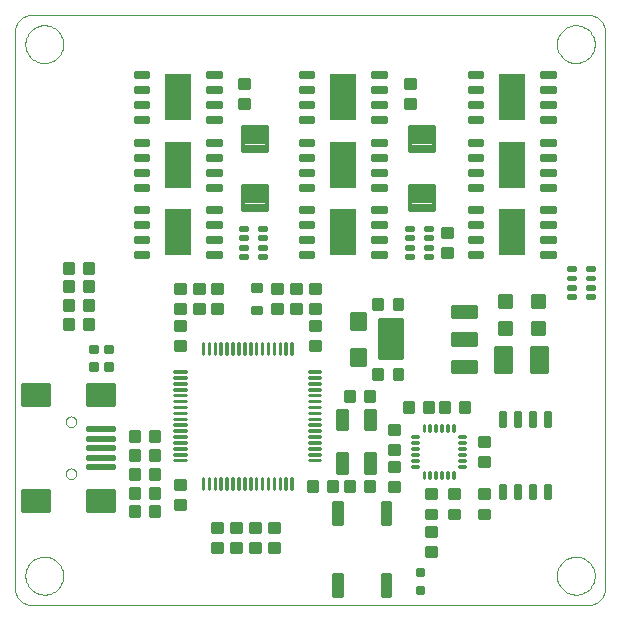
<source format=gtp>
G75*
%MOIN*%
%OFA0B0*%
%FSLAX24Y24*%
%IPPOS*%
%LPD*%
%AMOC8*
5,1,8,0,0,1.08239X$1,22.5*
%
%ADD10C,0.0000*%
%ADD11R,0.0875X0.1563*%
%ADD12C,0.0101*%
%ADD13C,0.0098*%
%ADD14C,0.0099*%
%ADD15C,0.0142*%
%ADD16C,0.0100*%
%ADD17C,0.0118*%
%ADD18C,0.0101*%
%ADD19C,0.0130*%
%ADD20C,0.0100*%
%ADD21C,0.0099*%
%ADD22C,0.0100*%
D10*
X000588Y000721D02*
X000588Y019224D01*
X000587Y019224D02*
X000589Y019270D01*
X000594Y019316D01*
X000603Y019362D01*
X000616Y019407D01*
X000632Y019450D01*
X000651Y019492D01*
X000674Y019533D01*
X000700Y019571D01*
X000729Y019608D01*
X000760Y019642D01*
X000794Y019673D01*
X000831Y019702D01*
X000869Y019728D01*
X000910Y019751D01*
X000952Y019770D01*
X000995Y019786D01*
X001040Y019799D01*
X001086Y019808D01*
X001132Y019813D01*
X001178Y019815D01*
X019682Y019815D01*
X019728Y019813D01*
X019774Y019808D01*
X019820Y019799D01*
X019865Y019786D01*
X019908Y019770D01*
X019950Y019751D01*
X019991Y019728D01*
X020029Y019702D01*
X020066Y019673D01*
X020100Y019642D01*
X020131Y019608D01*
X020160Y019571D01*
X020186Y019533D01*
X020209Y019492D01*
X020228Y019450D01*
X020244Y019407D01*
X020257Y019362D01*
X020266Y019316D01*
X020271Y019270D01*
X020273Y019224D01*
X020273Y000721D01*
X020271Y000675D01*
X020266Y000629D01*
X020257Y000583D01*
X020244Y000538D01*
X020228Y000495D01*
X020209Y000453D01*
X020186Y000412D01*
X020160Y000374D01*
X020131Y000337D01*
X020100Y000303D01*
X020066Y000272D01*
X020029Y000243D01*
X019991Y000217D01*
X019950Y000194D01*
X019908Y000175D01*
X019865Y000159D01*
X019820Y000146D01*
X019774Y000137D01*
X019728Y000132D01*
X019682Y000130D01*
X001178Y000130D01*
X001132Y000132D01*
X001086Y000137D01*
X001040Y000146D01*
X000995Y000159D01*
X000952Y000175D01*
X000910Y000194D01*
X000869Y000217D01*
X000831Y000243D01*
X000794Y000272D01*
X000760Y000303D01*
X000729Y000337D01*
X000700Y000374D01*
X000674Y000412D01*
X000651Y000453D01*
X000632Y000495D01*
X000616Y000538D01*
X000603Y000583D01*
X000594Y000629D01*
X000589Y000675D01*
X000587Y000721D01*
X000942Y001114D02*
X000944Y001164D01*
X000950Y001214D01*
X000960Y001263D01*
X000974Y001311D01*
X000991Y001358D01*
X001012Y001403D01*
X001037Y001447D01*
X001065Y001488D01*
X001097Y001527D01*
X001131Y001564D01*
X001168Y001598D01*
X001208Y001628D01*
X001250Y001655D01*
X001294Y001679D01*
X001340Y001700D01*
X001387Y001716D01*
X001435Y001729D01*
X001485Y001738D01*
X001534Y001743D01*
X001585Y001744D01*
X001635Y001741D01*
X001684Y001734D01*
X001733Y001723D01*
X001781Y001708D01*
X001827Y001690D01*
X001872Y001668D01*
X001915Y001642D01*
X001956Y001613D01*
X001995Y001581D01*
X002031Y001546D01*
X002063Y001508D01*
X002093Y001468D01*
X002120Y001425D01*
X002143Y001381D01*
X002162Y001335D01*
X002178Y001287D01*
X002190Y001238D01*
X002198Y001189D01*
X002202Y001139D01*
X002202Y001089D01*
X002198Y001039D01*
X002190Y000990D01*
X002178Y000941D01*
X002162Y000893D01*
X002143Y000847D01*
X002120Y000803D01*
X002093Y000760D01*
X002063Y000720D01*
X002031Y000682D01*
X001995Y000647D01*
X001956Y000615D01*
X001915Y000586D01*
X001872Y000560D01*
X001827Y000538D01*
X001781Y000520D01*
X001733Y000505D01*
X001684Y000494D01*
X001635Y000487D01*
X001585Y000484D01*
X001534Y000485D01*
X001485Y000490D01*
X001435Y000499D01*
X001387Y000512D01*
X001340Y000528D01*
X001294Y000549D01*
X001250Y000573D01*
X001208Y000600D01*
X001168Y000630D01*
X001131Y000664D01*
X001097Y000701D01*
X001065Y000740D01*
X001037Y000781D01*
X001012Y000825D01*
X000991Y000870D01*
X000974Y000917D01*
X000960Y000965D01*
X000950Y001014D01*
X000944Y001064D01*
X000942Y001114D01*
X002286Y004514D02*
X002288Y004540D01*
X002294Y004566D01*
X002304Y004591D01*
X002317Y004614D01*
X002333Y004634D01*
X002353Y004652D01*
X002375Y004667D01*
X002398Y004679D01*
X002424Y004687D01*
X002450Y004691D01*
X002476Y004691D01*
X002502Y004687D01*
X002528Y004679D01*
X002552Y004667D01*
X002573Y004652D01*
X002593Y004634D01*
X002609Y004614D01*
X002622Y004591D01*
X002632Y004566D01*
X002638Y004540D01*
X002640Y004514D01*
X002638Y004488D01*
X002632Y004462D01*
X002622Y004437D01*
X002609Y004414D01*
X002593Y004394D01*
X002573Y004376D01*
X002551Y004361D01*
X002528Y004349D01*
X002502Y004341D01*
X002476Y004337D01*
X002450Y004337D01*
X002424Y004341D01*
X002398Y004349D01*
X002374Y004361D01*
X002353Y004376D01*
X002333Y004394D01*
X002317Y004414D01*
X002304Y004437D01*
X002294Y004462D01*
X002288Y004488D01*
X002286Y004514D01*
X002286Y006246D02*
X002288Y006272D01*
X002294Y006298D01*
X002304Y006323D01*
X002317Y006346D01*
X002333Y006366D01*
X002353Y006384D01*
X002375Y006399D01*
X002398Y006411D01*
X002424Y006419D01*
X002450Y006423D01*
X002476Y006423D01*
X002502Y006419D01*
X002528Y006411D01*
X002552Y006399D01*
X002573Y006384D01*
X002593Y006366D01*
X002609Y006346D01*
X002622Y006323D01*
X002632Y006298D01*
X002638Y006272D01*
X002640Y006246D01*
X002638Y006220D01*
X002632Y006194D01*
X002622Y006169D01*
X002609Y006146D01*
X002593Y006126D01*
X002573Y006108D01*
X002551Y006093D01*
X002528Y006081D01*
X002502Y006073D01*
X002476Y006069D01*
X002450Y006069D01*
X002424Y006073D01*
X002398Y006081D01*
X002374Y006093D01*
X002353Y006108D01*
X002333Y006126D01*
X002317Y006146D01*
X002304Y006169D01*
X002294Y006194D01*
X002288Y006220D01*
X002286Y006246D01*
X000942Y018831D02*
X000944Y018881D01*
X000950Y018931D01*
X000960Y018980D01*
X000974Y019028D01*
X000991Y019075D01*
X001012Y019120D01*
X001037Y019164D01*
X001065Y019205D01*
X001097Y019244D01*
X001131Y019281D01*
X001168Y019315D01*
X001208Y019345D01*
X001250Y019372D01*
X001294Y019396D01*
X001340Y019417D01*
X001387Y019433D01*
X001435Y019446D01*
X001485Y019455D01*
X001534Y019460D01*
X001585Y019461D01*
X001635Y019458D01*
X001684Y019451D01*
X001733Y019440D01*
X001781Y019425D01*
X001827Y019407D01*
X001872Y019385D01*
X001915Y019359D01*
X001956Y019330D01*
X001995Y019298D01*
X002031Y019263D01*
X002063Y019225D01*
X002093Y019185D01*
X002120Y019142D01*
X002143Y019098D01*
X002162Y019052D01*
X002178Y019004D01*
X002190Y018955D01*
X002198Y018906D01*
X002202Y018856D01*
X002202Y018806D01*
X002198Y018756D01*
X002190Y018707D01*
X002178Y018658D01*
X002162Y018610D01*
X002143Y018564D01*
X002120Y018520D01*
X002093Y018477D01*
X002063Y018437D01*
X002031Y018399D01*
X001995Y018364D01*
X001956Y018332D01*
X001915Y018303D01*
X001872Y018277D01*
X001827Y018255D01*
X001781Y018237D01*
X001733Y018222D01*
X001684Y018211D01*
X001635Y018204D01*
X001585Y018201D01*
X001534Y018202D01*
X001485Y018207D01*
X001435Y018216D01*
X001387Y018229D01*
X001340Y018245D01*
X001294Y018266D01*
X001250Y018290D01*
X001208Y018317D01*
X001168Y018347D01*
X001131Y018381D01*
X001097Y018418D01*
X001065Y018457D01*
X001037Y018498D01*
X001012Y018542D01*
X000991Y018587D01*
X000974Y018634D01*
X000960Y018682D01*
X000950Y018731D01*
X000944Y018781D01*
X000942Y018831D01*
X018659Y018831D02*
X018661Y018881D01*
X018667Y018931D01*
X018677Y018980D01*
X018691Y019028D01*
X018708Y019075D01*
X018729Y019120D01*
X018754Y019164D01*
X018782Y019205D01*
X018814Y019244D01*
X018848Y019281D01*
X018885Y019315D01*
X018925Y019345D01*
X018967Y019372D01*
X019011Y019396D01*
X019057Y019417D01*
X019104Y019433D01*
X019152Y019446D01*
X019202Y019455D01*
X019251Y019460D01*
X019302Y019461D01*
X019352Y019458D01*
X019401Y019451D01*
X019450Y019440D01*
X019498Y019425D01*
X019544Y019407D01*
X019589Y019385D01*
X019632Y019359D01*
X019673Y019330D01*
X019712Y019298D01*
X019748Y019263D01*
X019780Y019225D01*
X019810Y019185D01*
X019837Y019142D01*
X019860Y019098D01*
X019879Y019052D01*
X019895Y019004D01*
X019907Y018955D01*
X019915Y018906D01*
X019919Y018856D01*
X019919Y018806D01*
X019915Y018756D01*
X019907Y018707D01*
X019895Y018658D01*
X019879Y018610D01*
X019860Y018564D01*
X019837Y018520D01*
X019810Y018477D01*
X019780Y018437D01*
X019748Y018399D01*
X019712Y018364D01*
X019673Y018332D01*
X019632Y018303D01*
X019589Y018277D01*
X019544Y018255D01*
X019498Y018237D01*
X019450Y018222D01*
X019401Y018211D01*
X019352Y018204D01*
X019302Y018201D01*
X019251Y018202D01*
X019202Y018207D01*
X019152Y018216D01*
X019104Y018229D01*
X019057Y018245D01*
X019011Y018266D01*
X018967Y018290D01*
X018925Y018317D01*
X018885Y018347D01*
X018848Y018381D01*
X018814Y018418D01*
X018782Y018457D01*
X018754Y018498D01*
X018729Y018542D01*
X018708Y018587D01*
X018691Y018634D01*
X018677Y018682D01*
X018667Y018731D01*
X018661Y018781D01*
X018659Y018831D01*
X018659Y001114D02*
X018661Y001164D01*
X018667Y001214D01*
X018677Y001263D01*
X018691Y001311D01*
X018708Y001358D01*
X018729Y001403D01*
X018754Y001447D01*
X018782Y001488D01*
X018814Y001527D01*
X018848Y001564D01*
X018885Y001598D01*
X018925Y001628D01*
X018967Y001655D01*
X019011Y001679D01*
X019057Y001700D01*
X019104Y001716D01*
X019152Y001729D01*
X019202Y001738D01*
X019251Y001743D01*
X019302Y001744D01*
X019352Y001741D01*
X019401Y001734D01*
X019450Y001723D01*
X019498Y001708D01*
X019544Y001690D01*
X019589Y001668D01*
X019632Y001642D01*
X019673Y001613D01*
X019712Y001581D01*
X019748Y001546D01*
X019780Y001508D01*
X019810Y001468D01*
X019837Y001425D01*
X019860Y001381D01*
X019879Y001335D01*
X019895Y001287D01*
X019907Y001238D01*
X019915Y001189D01*
X019919Y001139D01*
X019919Y001089D01*
X019915Y001039D01*
X019907Y000990D01*
X019895Y000941D01*
X019879Y000893D01*
X019860Y000847D01*
X019837Y000803D01*
X019810Y000760D01*
X019780Y000720D01*
X019748Y000682D01*
X019712Y000647D01*
X019673Y000615D01*
X019632Y000586D01*
X019589Y000560D01*
X019544Y000538D01*
X019498Y000520D01*
X019450Y000505D01*
X019401Y000494D01*
X019352Y000487D01*
X019302Y000484D01*
X019251Y000485D01*
X019202Y000490D01*
X019152Y000499D01*
X019104Y000512D01*
X019057Y000528D01*
X019011Y000549D01*
X018967Y000573D01*
X018925Y000600D01*
X018885Y000630D01*
X018848Y000664D01*
X018814Y000701D01*
X018782Y000740D01*
X018754Y000781D01*
X018729Y000825D01*
X018708Y000870D01*
X018691Y000917D01*
X018677Y000965D01*
X018667Y001014D01*
X018661Y001064D01*
X018659Y001114D01*
D11*
X017150Y012568D03*
X017150Y014818D03*
X017150Y017068D03*
X011525Y017068D03*
X011525Y014818D03*
X011525Y012568D03*
X006025Y012568D03*
X006025Y014818D03*
X006025Y017068D03*
D12*
X008503Y010830D02*
X008503Y010616D01*
X008503Y010830D02*
X008797Y010830D01*
X008797Y010616D01*
X008503Y010616D01*
X008503Y010716D02*
X008797Y010716D01*
X008797Y010816D02*
X008503Y010816D01*
X008503Y010082D02*
X008503Y009868D01*
X008503Y010082D02*
X008797Y010082D01*
X008797Y009868D01*
X008503Y009868D01*
X008503Y009968D02*
X008797Y009968D01*
X008797Y010068D02*
X008503Y010068D01*
X003820Y008782D02*
X003606Y008782D01*
X003820Y008782D02*
X003820Y008568D01*
X003606Y008568D01*
X003606Y008782D01*
X003606Y008668D02*
X003820Y008668D01*
X003820Y008768D02*
X003606Y008768D01*
X003320Y008782D02*
X003106Y008782D01*
X003320Y008782D02*
X003320Y008568D01*
X003106Y008568D01*
X003106Y008782D01*
X003106Y008668D02*
X003320Y008668D01*
X003320Y008768D02*
X003106Y008768D01*
X003106Y008192D02*
X003320Y008192D01*
X003320Y007978D01*
X003106Y007978D01*
X003106Y008192D01*
X003106Y008078D02*
X003320Y008078D01*
X003320Y008178D02*
X003106Y008178D01*
X003606Y008192D02*
X003820Y008192D01*
X003820Y007978D01*
X003606Y007978D01*
X003606Y008192D01*
X003606Y008078D02*
X003820Y008078D01*
X003820Y008178D02*
X003606Y008178D01*
X013981Y001345D02*
X014195Y001345D01*
X014195Y001131D01*
X013981Y001131D01*
X013981Y001345D01*
X013981Y001231D02*
X014195Y001231D01*
X014195Y001331D02*
X013981Y001331D01*
X013981Y000754D02*
X014195Y000754D01*
X014195Y000540D01*
X013981Y000540D01*
X013981Y000754D01*
X013981Y000640D02*
X014195Y000640D01*
X014195Y000740D02*
X013981Y000740D01*
X016607Y007896D02*
X017137Y007896D01*
X016607Y007896D02*
X016607Y008740D01*
X017137Y008740D01*
X017137Y007896D01*
X017137Y007996D02*
X016607Y007996D01*
X016607Y008096D02*
X017137Y008096D01*
X017137Y008196D02*
X016607Y008196D01*
X016607Y008296D02*
X017137Y008296D01*
X017137Y008396D02*
X016607Y008396D01*
X016607Y008496D02*
X017137Y008496D01*
X017137Y008596D02*
X016607Y008596D01*
X016607Y008696D02*
X017137Y008696D01*
X017788Y008740D02*
X018318Y008740D01*
X018318Y007896D01*
X017788Y007896D01*
X017788Y008740D01*
X017788Y007996D02*
X018318Y007996D01*
X018318Y008096D02*
X017788Y008096D01*
X017788Y008196D02*
X018318Y008196D01*
X018318Y008296D02*
X017788Y008296D01*
X017788Y008396D02*
X018318Y008396D01*
X018318Y008496D02*
X017788Y008496D01*
X017788Y008596D02*
X018318Y008596D01*
X018318Y008696D02*
X017788Y008696D01*
D13*
X015727Y006557D02*
X015431Y006557D01*
X015431Y006891D01*
X015727Y006891D01*
X015727Y006557D01*
X015727Y006654D02*
X015431Y006654D01*
X015431Y006751D02*
X015727Y006751D01*
X015727Y006848D02*
X015431Y006848D01*
X015057Y006557D02*
X014761Y006557D01*
X014761Y006891D01*
X015057Y006891D01*
X015057Y006557D01*
X015057Y006654D02*
X014761Y006654D01*
X014761Y006751D02*
X015057Y006751D01*
X015057Y006848D02*
X014761Y006848D01*
X014243Y006891D02*
X014243Y006557D01*
X014243Y006891D02*
X014539Y006891D01*
X014539Y006557D01*
X014243Y006557D01*
X014243Y006654D02*
X014539Y006654D01*
X014539Y006751D02*
X014243Y006751D01*
X014243Y006848D02*
X014539Y006848D01*
X013574Y006891D02*
X013574Y006557D01*
X013574Y006891D02*
X013870Y006891D01*
X013870Y006557D01*
X013574Y006557D01*
X013574Y006654D02*
X013870Y006654D01*
X013870Y006751D02*
X013574Y006751D01*
X013574Y006848D02*
X013870Y006848D01*
X013380Y005848D02*
X013046Y005848D01*
X013046Y006144D01*
X013380Y006144D01*
X013380Y005848D01*
X013380Y005945D02*
X013046Y005945D01*
X013046Y006042D02*
X013380Y006042D01*
X013380Y006139D02*
X013046Y006139D01*
X013046Y005179D02*
X013380Y005179D01*
X013046Y005179D02*
X013046Y005475D01*
X013380Y005475D01*
X013380Y005179D01*
X013380Y005276D02*
X013046Y005276D01*
X013046Y005373D02*
X013380Y005373D01*
X013380Y005470D02*
X013046Y005470D01*
X013046Y004894D02*
X013380Y004894D01*
X013380Y004598D01*
X013046Y004598D01*
X013046Y004894D01*
X013046Y004695D02*
X013380Y004695D01*
X013380Y004792D02*
X013046Y004792D01*
X013046Y004889D02*
X013380Y004889D01*
X013380Y004225D02*
X013046Y004225D01*
X013380Y004225D02*
X013380Y003929D01*
X013046Y003929D01*
X013046Y004225D01*
X013046Y004026D02*
X013380Y004026D01*
X013380Y004123D02*
X013046Y004123D01*
X013046Y004220D02*
X013380Y004220D01*
X012570Y004266D02*
X012570Y003932D01*
X012274Y003932D01*
X012274Y004266D01*
X012570Y004266D01*
X012570Y004029D02*
X012274Y004029D01*
X012274Y004126D02*
X012570Y004126D01*
X012570Y004223D02*
X012274Y004223D01*
X011901Y004266D02*
X011901Y003932D01*
X011605Y003932D01*
X011605Y004266D01*
X011901Y004266D01*
X011901Y004029D02*
X011605Y004029D01*
X011605Y004126D02*
X011901Y004126D01*
X011901Y004223D02*
X011605Y004223D01*
X011320Y004266D02*
X011320Y003932D01*
X011024Y003932D01*
X011024Y004266D01*
X011320Y004266D01*
X011320Y004029D02*
X011024Y004029D01*
X011024Y004126D02*
X011320Y004126D01*
X011320Y004223D02*
X011024Y004223D01*
X010651Y004266D02*
X010651Y003932D01*
X010355Y003932D01*
X010355Y004266D01*
X010651Y004266D01*
X010651Y004029D02*
X010355Y004029D01*
X010355Y004126D02*
X010651Y004126D01*
X010651Y004223D02*
X010355Y004223D01*
X009380Y002863D02*
X009046Y002863D01*
X009380Y002863D02*
X009380Y002567D01*
X009046Y002567D01*
X009046Y002863D01*
X009046Y002664D02*
X009380Y002664D01*
X009380Y002761D02*
X009046Y002761D01*
X009046Y002858D02*
X009380Y002858D01*
X008421Y002863D02*
X008421Y002567D01*
X008421Y002863D02*
X008755Y002863D01*
X008755Y002567D01*
X008421Y002567D01*
X008421Y002664D02*
X008755Y002664D01*
X008755Y002761D02*
X008421Y002761D01*
X008421Y002858D02*
X008755Y002858D01*
X007796Y002863D02*
X007796Y002567D01*
X007796Y002863D02*
X008130Y002863D01*
X008130Y002567D01*
X007796Y002567D01*
X007796Y002664D02*
X008130Y002664D01*
X008130Y002761D02*
X007796Y002761D01*
X007796Y002858D02*
X008130Y002858D01*
X007171Y002863D02*
X007171Y002567D01*
X007171Y002863D02*
X007505Y002863D01*
X007505Y002567D01*
X007171Y002567D01*
X007171Y002664D02*
X007505Y002664D01*
X007505Y002761D02*
X007171Y002761D01*
X007171Y002858D02*
X007505Y002858D01*
X007171Y002193D02*
X007171Y001897D01*
X007171Y002193D02*
X007505Y002193D01*
X007505Y001897D01*
X007171Y001897D01*
X007171Y001994D02*
X007505Y001994D01*
X007505Y002091D02*
X007171Y002091D01*
X007171Y002188D02*
X007505Y002188D01*
X007796Y002193D02*
X007796Y001897D01*
X007796Y002193D02*
X008130Y002193D01*
X008130Y001897D01*
X007796Y001897D01*
X007796Y001994D02*
X008130Y001994D01*
X008130Y002091D02*
X007796Y002091D01*
X007796Y002188D02*
X008130Y002188D01*
X008421Y002193D02*
X008421Y001897D01*
X008421Y002193D02*
X008755Y002193D01*
X008755Y001897D01*
X008421Y001897D01*
X008421Y001994D02*
X008755Y001994D01*
X008755Y002091D02*
X008421Y002091D01*
X008421Y002188D02*
X008755Y002188D01*
X009046Y002193D02*
X009380Y002193D01*
X009380Y001897D01*
X009046Y001897D01*
X009046Y002193D01*
X009046Y001994D02*
X009380Y001994D01*
X009380Y002091D02*
X009046Y002091D01*
X009046Y002188D02*
X009380Y002188D01*
X006255Y003335D02*
X005921Y003335D01*
X005921Y003631D01*
X006255Y003631D01*
X006255Y003335D01*
X006255Y003432D02*
X005921Y003432D01*
X005921Y003529D02*
X006255Y003529D01*
X006255Y003626D02*
X005921Y003626D01*
X005921Y004004D02*
X006255Y004004D01*
X005921Y004004D02*
X005921Y004300D01*
X006255Y004300D01*
X006255Y004004D01*
X006255Y004101D02*
X005921Y004101D01*
X005921Y004198D02*
X006255Y004198D01*
X006255Y004295D02*
X005921Y004295D01*
X005383Y004338D02*
X005087Y004338D01*
X005087Y004672D01*
X005383Y004672D01*
X005383Y004338D01*
X005383Y004435D02*
X005087Y004435D01*
X005087Y004532D02*
X005383Y004532D01*
X005383Y004629D02*
X005087Y004629D01*
X005087Y004963D02*
X005383Y004963D01*
X005087Y004963D02*
X005087Y005297D01*
X005383Y005297D01*
X005383Y004963D01*
X005383Y005060D02*
X005087Y005060D01*
X005087Y005157D02*
X005383Y005157D01*
X005383Y005254D02*
X005087Y005254D01*
X005087Y005588D02*
X005383Y005588D01*
X005087Y005588D02*
X005087Y005922D01*
X005383Y005922D01*
X005383Y005588D01*
X005383Y005685D02*
X005087Y005685D01*
X005087Y005782D02*
X005383Y005782D01*
X005383Y005879D02*
X005087Y005879D01*
X004714Y005588D02*
X004418Y005588D01*
X004418Y005922D01*
X004714Y005922D01*
X004714Y005588D01*
X004714Y005685D02*
X004418Y005685D01*
X004418Y005782D02*
X004714Y005782D01*
X004714Y005879D02*
X004418Y005879D01*
X004418Y004963D02*
X004714Y004963D01*
X004418Y004963D02*
X004418Y005297D01*
X004714Y005297D01*
X004714Y004963D01*
X004714Y005060D02*
X004418Y005060D01*
X004418Y005157D02*
X004714Y005157D01*
X004714Y005254D02*
X004418Y005254D01*
X004418Y004338D02*
X004714Y004338D01*
X004418Y004338D02*
X004418Y004672D01*
X004714Y004672D01*
X004714Y004338D01*
X004714Y004435D02*
X004418Y004435D01*
X004418Y004532D02*
X004714Y004532D01*
X004714Y004629D02*
X004418Y004629D01*
X004418Y004047D02*
X004714Y004047D01*
X004714Y003713D01*
X004418Y003713D01*
X004418Y004047D01*
X004418Y003810D02*
X004714Y003810D01*
X004714Y003907D02*
X004418Y003907D01*
X004418Y004004D02*
X004714Y004004D01*
X005087Y004047D02*
X005383Y004047D01*
X005383Y003713D01*
X005087Y003713D01*
X005087Y004047D01*
X005087Y003810D02*
X005383Y003810D01*
X005383Y003907D02*
X005087Y003907D01*
X005087Y004004D02*
X005383Y004004D01*
X005383Y003088D02*
X005087Y003088D01*
X005087Y003422D01*
X005383Y003422D01*
X005383Y003088D01*
X005383Y003185D02*
X005087Y003185D01*
X005087Y003282D02*
X005383Y003282D01*
X005383Y003379D02*
X005087Y003379D01*
X004714Y003088D02*
X004418Y003088D01*
X004418Y003422D01*
X004714Y003422D01*
X004714Y003088D01*
X004714Y003185D02*
X004418Y003185D01*
X004418Y003282D02*
X004714Y003282D01*
X004714Y003379D02*
X004418Y003379D01*
X005921Y008943D02*
X006255Y008943D01*
X006255Y008647D01*
X005921Y008647D01*
X005921Y008943D01*
X005921Y008744D02*
X006255Y008744D01*
X006255Y008841D02*
X005921Y008841D01*
X005921Y008938D02*
X006255Y008938D01*
X006255Y009613D02*
X005921Y009613D01*
X006255Y009613D02*
X006255Y009317D01*
X005921Y009317D01*
X005921Y009613D01*
X005921Y009414D02*
X006255Y009414D01*
X006255Y009511D02*
X005921Y009511D01*
X005921Y009608D02*
X006255Y009608D01*
X006255Y009866D02*
X005921Y009866D01*
X005921Y010162D01*
X006255Y010162D01*
X006255Y009866D01*
X006255Y009963D02*
X005921Y009963D01*
X005921Y010060D02*
X006255Y010060D01*
X006255Y010157D02*
X005921Y010157D01*
X005921Y010535D02*
X006255Y010535D01*
X005921Y010535D02*
X005921Y010831D01*
X006255Y010831D01*
X006255Y010535D01*
X006255Y010632D02*
X005921Y010632D01*
X005921Y010729D02*
X006255Y010729D01*
X006255Y010826D02*
X005921Y010826D01*
X006546Y010831D02*
X006546Y010535D01*
X006546Y010831D02*
X006880Y010831D01*
X006880Y010535D01*
X006546Y010535D01*
X006546Y010632D02*
X006880Y010632D01*
X006880Y010729D02*
X006546Y010729D01*
X006546Y010826D02*
X006880Y010826D01*
X007171Y010831D02*
X007171Y010535D01*
X007171Y010831D02*
X007505Y010831D01*
X007505Y010535D01*
X007171Y010535D01*
X007171Y010632D02*
X007505Y010632D01*
X007505Y010729D02*
X007171Y010729D01*
X007171Y010826D02*
X007505Y010826D01*
X007171Y010162D02*
X007171Y009866D01*
X007171Y010162D02*
X007505Y010162D01*
X007505Y009866D01*
X007171Y009866D01*
X007171Y009963D02*
X007505Y009963D01*
X007505Y010060D02*
X007171Y010060D01*
X007171Y010157D02*
X007505Y010157D01*
X006546Y010162D02*
X006546Y009866D01*
X006546Y010162D02*
X006880Y010162D01*
X006880Y009866D01*
X006546Y009866D01*
X006546Y009963D02*
X006880Y009963D01*
X006880Y010060D02*
X006546Y010060D01*
X006546Y010157D02*
X006880Y010157D01*
X009171Y010162D02*
X009171Y009866D01*
X009171Y010162D02*
X009505Y010162D01*
X009505Y009866D01*
X009171Y009866D01*
X009171Y009963D02*
X009505Y009963D01*
X009505Y010060D02*
X009171Y010060D01*
X009171Y010157D02*
X009505Y010157D01*
X009796Y010162D02*
X009796Y009866D01*
X009796Y010162D02*
X010130Y010162D01*
X010130Y009866D01*
X009796Y009866D01*
X009796Y009963D02*
X010130Y009963D01*
X010130Y010060D02*
X009796Y010060D01*
X009796Y010157D02*
X010130Y010157D01*
X010421Y009866D02*
X010755Y009866D01*
X010421Y009866D02*
X010421Y010162D01*
X010755Y010162D01*
X010755Y009866D01*
X010755Y009963D02*
X010421Y009963D01*
X010421Y010060D02*
X010755Y010060D01*
X010755Y010157D02*
X010421Y010157D01*
X010421Y010535D02*
X010755Y010535D01*
X010421Y010535D02*
X010421Y010831D01*
X010755Y010831D01*
X010755Y010535D01*
X010755Y010632D02*
X010421Y010632D01*
X010421Y010729D02*
X010755Y010729D01*
X010755Y010826D02*
X010421Y010826D01*
X009796Y010831D02*
X009796Y010535D01*
X009796Y010831D02*
X010130Y010831D01*
X010130Y010535D01*
X009796Y010535D01*
X009796Y010632D02*
X010130Y010632D01*
X010130Y010729D02*
X009796Y010729D01*
X009796Y010826D02*
X010130Y010826D01*
X009171Y010831D02*
X009171Y010535D01*
X009171Y010831D02*
X009505Y010831D01*
X009505Y010535D01*
X009171Y010535D01*
X009171Y010632D02*
X009505Y010632D01*
X009505Y010729D02*
X009171Y010729D01*
X009171Y010826D02*
X009505Y010826D01*
X010421Y009613D02*
X010755Y009613D01*
X010755Y009317D01*
X010421Y009317D01*
X010421Y009613D01*
X010421Y009414D02*
X010755Y009414D01*
X010755Y009511D02*
X010421Y009511D01*
X010421Y009608D02*
X010755Y009608D01*
X010755Y008943D02*
X010421Y008943D01*
X010755Y008943D02*
X010755Y008647D01*
X010421Y008647D01*
X010421Y008943D01*
X010421Y008744D02*
X010755Y008744D01*
X010755Y008841D02*
X010421Y008841D01*
X010421Y008938D02*
X010755Y008938D01*
X011605Y007266D02*
X011605Y006932D01*
X011605Y007266D02*
X011901Y007266D01*
X011901Y006932D01*
X011605Y006932D01*
X011605Y007029D02*
X011901Y007029D01*
X011901Y007126D02*
X011605Y007126D01*
X011605Y007223D02*
X011901Y007223D01*
X012274Y007266D02*
X012274Y006932D01*
X012274Y007266D02*
X012570Y007266D01*
X012570Y006932D01*
X012274Y006932D01*
X012274Y007029D02*
X012570Y007029D01*
X012570Y007126D02*
X012274Y007126D01*
X012274Y007223D02*
X012570Y007223D01*
X012839Y007682D02*
X012839Y008016D01*
X012839Y007682D02*
X012543Y007682D01*
X012543Y008016D01*
X012839Y008016D01*
X012839Y007779D02*
X012543Y007779D01*
X012543Y007876D02*
X012839Y007876D01*
X012839Y007973D02*
X012543Y007973D01*
X013508Y008016D02*
X013508Y007682D01*
X013212Y007682D01*
X013212Y008016D01*
X013508Y008016D01*
X013508Y007779D02*
X013212Y007779D01*
X013212Y007876D02*
X013508Y007876D01*
X013508Y007973D02*
X013212Y007973D01*
X013212Y009994D02*
X013212Y010328D01*
X013508Y010328D01*
X013508Y009994D01*
X013212Y009994D01*
X013212Y010091D02*
X013508Y010091D01*
X013508Y010188D02*
X013212Y010188D01*
X013212Y010285D02*
X013508Y010285D01*
X012543Y010328D02*
X012543Y009994D01*
X012543Y010328D02*
X012839Y010328D01*
X012839Y009994D01*
X012543Y009994D01*
X012543Y010091D02*
X012839Y010091D01*
X012839Y010188D02*
X012543Y010188D01*
X012543Y010285D02*
X012839Y010285D01*
X014827Y012037D02*
X015161Y012037D01*
X015161Y011741D01*
X014827Y011741D01*
X014827Y012037D01*
X014827Y011838D02*
X015161Y011838D01*
X015161Y011935D02*
X014827Y011935D01*
X014827Y012032D02*
X015161Y012032D01*
X015161Y012706D02*
X014827Y012706D01*
X015161Y012706D02*
X015161Y012410D01*
X014827Y012410D01*
X014827Y012706D01*
X014827Y012507D02*
X015161Y012507D01*
X015161Y012604D02*
X014827Y012604D01*
X014827Y012701D02*
X015161Y012701D01*
X013942Y017006D02*
X013608Y017006D01*
X013942Y017006D02*
X013942Y016710D01*
X013608Y016710D01*
X013608Y017006D01*
X013608Y016807D02*
X013942Y016807D01*
X013942Y016904D02*
X013608Y016904D01*
X013608Y017001D02*
X013942Y017001D01*
X013942Y017675D02*
X013608Y017675D01*
X013942Y017675D02*
X013942Y017379D01*
X013608Y017379D01*
X013608Y017675D01*
X013608Y017476D02*
X013942Y017476D01*
X013942Y017573D02*
X013608Y017573D01*
X013608Y017670D02*
X013942Y017670D01*
X008380Y017675D02*
X008046Y017675D01*
X008380Y017675D02*
X008380Y017379D01*
X008046Y017379D01*
X008046Y017675D01*
X008046Y017476D02*
X008380Y017476D01*
X008380Y017573D02*
X008046Y017573D01*
X008046Y017670D02*
X008380Y017670D01*
X008380Y017006D02*
X008046Y017006D01*
X008380Y017006D02*
X008380Y016710D01*
X008046Y016710D01*
X008046Y017006D01*
X008046Y016807D02*
X008380Y016807D01*
X008380Y016904D02*
X008046Y016904D01*
X008046Y017001D02*
X008380Y017001D01*
X003195Y011213D02*
X002899Y011213D01*
X002899Y011547D01*
X003195Y011547D01*
X003195Y011213D01*
X003195Y011310D02*
X002899Y011310D01*
X002899Y011407D02*
X003195Y011407D01*
X003195Y011504D02*
X002899Y011504D01*
X002526Y011213D02*
X002230Y011213D01*
X002230Y011547D01*
X002526Y011547D01*
X002526Y011213D01*
X002526Y011310D02*
X002230Y011310D01*
X002230Y011407D02*
X002526Y011407D01*
X002526Y011504D02*
X002230Y011504D01*
X002230Y010588D02*
X002526Y010588D01*
X002230Y010588D02*
X002230Y010922D01*
X002526Y010922D01*
X002526Y010588D01*
X002526Y010685D02*
X002230Y010685D01*
X002230Y010782D02*
X002526Y010782D01*
X002526Y010879D02*
X002230Y010879D01*
X002230Y010297D02*
X002526Y010297D01*
X002526Y009963D01*
X002230Y009963D01*
X002230Y010297D01*
X002230Y010060D02*
X002526Y010060D01*
X002526Y010157D02*
X002230Y010157D01*
X002230Y010254D02*
X002526Y010254D01*
X002899Y010297D02*
X003195Y010297D01*
X003195Y009963D01*
X002899Y009963D01*
X002899Y010297D01*
X002899Y010060D02*
X003195Y010060D01*
X003195Y010157D02*
X002899Y010157D01*
X002899Y010254D02*
X003195Y010254D01*
X003195Y010588D02*
X002899Y010588D01*
X002899Y010922D01*
X003195Y010922D01*
X003195Y010588D01*
X003195Y010685D02*
X002899Y010685D01*
X002899Y010782D02*
X003195Y010782D01*
X003195Y010879D02*
X002899Y010879D01*
X002899Y009672D02*
X003195Y009672D01*
X003195Y009338D01*
X002899Y009338D01*
X002899Y009672D01*
X002899Y009435D02*
X003195Y009435D01*
X003195Y009532D02*
X002899Y009532D01*
X002899Y009629D02*
X003195Y009629D01*
X002526Y009672D02*
X002230Y009672D01*
X002526Y009672D02*
X002526Y009338D01*
X002230Y009338D01*
X002230Y009672D01*
X002230Y009435D02*
X002526Y009435D01*
X002526Y009532D02*
X002230Y009532D01*
X002230Y009629D02*
X002526Y009629D01*
X014296Y003988D02*
X014296Y003692D01*
X014296Y003988D02*
X014630Y003988D01*
X014630Y003692D01*
X014296Y003692D01*
X014296Y003789D02*
X014630Y003789D01*
X014630Y003886D02*
X014296Y003886D01*
X014296Y003983D02*
X014630Y003983D01*
X015046Y003988D02*
X015046Y003692D01*
X015046Y003988D02*
X015380Y003988D01*
X015380Y003692D01*
X015046Y003692D01*
X015046Y003789D02*
X015380Y003789D01*
X015380Y003886D02*
X015046Y003886D01*
X015046Y003983D02*
X015380Y003983D01*
X015046Y003318D02*
X015046Y003022D01*
X015046Y003318D02*
X015380Y003318D01*
X015380Y003022D01*
X015046Y003022D01*
X015046Y003119D02*
X015380Y003119D01*
X015380Y003216D02*
X015046Y003216D01*
X015046Y003313D02*
X015380Y003313D01*
X016046Y003318D02*
X016046Y003022D01*
X016046Y003318D02*
X016380Y003318D01*
X016380Y003022D01*
X016046Y003022D01*
X016046Y003119D02*
X016380Y003119D01*
X016380Y003216D02*
X016046Y003216D01*
X016046Y003313D02*
X016380Y003313D01*
X016046Y003692D02*
X016046Y003988D01*
X016380Y003988D01*
X016380Y003692D01*
X016046Y003692D01*
X016046Y003789D02*
X016380Y003789D01*
X016380Y003886D02*
X016046Y003886D01*
X016046Y003983D02*
X016380Y003983D01*
X016380Y004772D02*
X016046Y004772D01*
X016046Y005068D01*
X016380Y005068D01*
X016380Y004772D01*
X016380Y004869D02*
X016046Y004869D01*
X016046Y004966D02*
X016380Y004966D01*
X016380Y005063D02*
X016046Y005063D01*
X016046Y005442D02*
X016380Y005442D01*
X016046Y005442D02*
X016046Y005738D01*
X016380Y005738D01*
X016380Y005442D01*
X016380Y005539D02*
X016046Y005539D01*
X016046Y005636D02*
X016380Y005636D01*
X016380Y005733D02*
X016046Y005733D01*
X014296Y003318D02*
X014296Y003022D01*
X014296Y003318D02*
X014630Y003318D01*
X014630Y003022D01*
X014296Y003022D01*
X014296Y003119D02*
X014630Y003119D01*
X014630Y003216D02*
X014296Y003216D01*
X014296Y003313D02*
X014630Y003313D01*
X014296Y002738D02*
X014296Y002442D01*
X014296Y002738D02*
X014630Y002738D01*
X014630Y002442D01*
X014296Y002442D01*
X014296Y002539D02*
X014630Y002539D01*
X014630Y002636D02*
X014296Y002636D01*
X014296Y002733D02*
X014630Y002733D01*
X014296Y002068D02*
X014296Y001772D01*
X014296Y002068D02*
X014630Y002068D01*
X014630Y001772D01*
X014296Y001772D01*
X014296Y001869D02*
X014630Y001869D01*
X014630Y001966D02*
X014296Y001966D01*
X014296Y002063D02*
X014630Y002063D01*
D14*
X012822Y002854D02*
X012822Y003556D01*
X013104Y003556D01*
X013104Y002854D01*
X012822Y002854D01*
X012822Y002952D02*
X013104Y002952D01*
X013104Y003050D02*
X012822Y003050D01*
X012822Y003148D02*
X013104Y003148D01*
X013104Y003246D02*
X012822Y003246D01*
X012822Y003344D02*
X013104Y003344D01*
X013104Y003442D02*
X012822Y003442D01*
X012822Y003540D02*
X013104Y003540D01*
X011479Y003556D02*
X011479Y002854D01*
X011197Y002854D01*
X011197Y003556D01*
X011479Y003556D01*
X011479Y002952D02*
X011197Y002952D01*
X011197Y003050D02*
X011479Y003050D01*
X011479Y003148D02*
X011197Y003148D01*
X011197Y003246D02*
X011479Y003246D01*
X011479Y003344D02*
X011197Y003344D01*
X011197Y003442D02*
X011479Y003442D01*
X011479Y003540D02*
X011197Y003540D01*
X011479Y001156D02*
X011479Y000454D01*
X011197Y000454D01*
X011197Y001156D01*
X011479Y001156D01*
X011479Y000552D02*
X011197Y000552D01*
X011197Y000650D02*
X011479Y000650D01*
X011479Y000748D02*
X011197Y000748D01*
X011197Y000846D02*
X011479Y000846D01*
X011479Y000944D02*
X011197Y000944D01*
X011197Y001042D02*
X011479Y001042D01*
X011479Y001140D02*
X011197Y001140D01*
X012822Y001156D02*
X012822Y000454D01*
X012822Y001156D02*
X013104Y001156D01*
X013104Y000454D01*
X012822Y000454D01*
X012822Y000552D02*
X013104Y000552D01*
X013104Y000650D02*
X012822Y000650D01*
X012822Y000748D02*
X013104Y000748D01*
X013104Y000846D02*
X012822Y000846D01*
X012822Y000944D02*
X013104Y000944D01*
X013104Y001042D02*
X012822Y001042D01*
X012822Y001140D02*
X013104Y001140D01*
X016757Y004146D02*
X016919Y004146D01*
X016919Y003694D01*
X016757Y003694D01*
X016757Y004146D01*
X016757Y003792D02*
X016919Y003792D01*
X016919Y003890D02*
X016757Y003890D01*
X016757Y003988D02*
X016919Y003988D01*
X016919Y004086D02*
X016757Y004086D01*
X017257Y004146D02*
X017419Y004146D01*
X017419Y003694D01*
X017257Y003694D01*
X017257Y004146D01*
X017257Y003792D02*
X017419Y003792D01*
X017419Y003890D02*
X017257Y003890D01*
X017257Y003988D02*
X017419Y003988D01*
X017419Y004086D02*
X017257Y004086D01*
X017757Y004146D02*
X017919Y004146D01*
X017919Y003694D01*
X017757Y003694D01*
X017757Y004146D01*
X017757Y003792D02*
X017919Y003792D01*
X017919Y003890D02*
X017757Y003890D01*
X017757Y003988D02*
X017919Y003988D01*
X017919Y004086D02*
X017757Y004086D01*
X018257Y004146D02*
X018419Y004146D01*
X018419Y003694D01*
X018257Y003694D01*
X018257Y004146D01*
X018257Y003792D02*
X018419Y003792D01*
X018419Y003890D02*
X018257Y003890D01*
X018257Y003988D02*
X018419Y003988D01*
X018419Y004086D02*
X018257Y004086D01*
X018257Y006566D02*
X018419Y006566D01*
X018419Y006114D01*
X018257Y006114D01*
X018257Y006566D01*
X018257Y006212D02*
X018419Y006212D01*
X018419Y006310D02*
X018257Y006310D01*
X018257Y006408D02*
X018419Y006408D01*
X018419Y006506D02*
X018257Y006506D01*
X017919Y006566D02*
X017757Y006566D01*
X017919Y006566D02*
X017919Y006114D01*
X017757Y006114D01*
X017757Y006566D01*
X017757Y006212D02*
X017919Y006212D01*
X017919Y006310D02*
X017757Y006310D01*
X017757Y006408D02*
X017919Y006408D01*
X017919Y006506D02*
X017757Y006506D01*
X017419Y006566D02*
X017257Y006566D01*
X017419Y006566D02*
X017419Y006114D01*
X017257Y006114D01*
X017257Y006566D01*
X017257Y006212D02*
X017419Y006212D01*
X017419Y006310D02*
X017257Y006310D01*
X017257Y006408D02*
X017419Y006408D01*
X017419Y006506D02*
X017257Y006506D01*
X016919Y006566D02*
X016757Y006566D01*
X016919Y006566D02*
X016919Y006114D01*
X016757Y006114D01*
X016757Y006566D01*
X016757Y006212D02*
X016919Y006212D01*
X016919Y006310D02*
X016757Y006310D01*
X016757Y006408D02*
X016919Y006408D01*
X016919Y006506D02*
X016757Y006506D01*
X016166Y011737D02*
X016166Y011899D01*
X016166Y011737D02*
X015714Y011737D01*
X015714Y011899D01*
X016166Y011899D01*
X016166Y011835D02*
X015714Y011835D01*
X016166Y012237D02*
X016166Y012399D01*
X016166Y012237D02*
X015714Y012237D01*
X015714Y012399D01*
X016166Y012399D01*
X016166Y012335D02*
X015714Y012335D01*
X016166Y012737D02*
X016166Y012899D01*
X016166Y012737D02*
X015714Y012737D01*
X015714Y012899D01*
X016166Y012899D01*
X016166Y012835D02*
X015714Y012835D01*
X016166Y013237D02*
X016166Y013399D01*
X016166Y013237D02*
X015714Y013237D01*
X015714Y013399D01*
X016166Y013399D01*
X016166Y013335D02*
X015714Y013335D01*
X016166Y013987D02*
X016166Y014149D01*
X016166Y013987D02*
X015714Y013987D01*
X015714Y014149D01*
X016166Y014149D01*
X016166Y014085D02*
X015714Y014085D01*
X016166Y014487D02*
X016166Y014649D01*
X016166Y014487D02*
X015714Y014487D01*
X015714Y014649D01*
X016166Y014649D01*
X016166Y014585D02*
X015714Y014585D01*
X016166Y014987D02*
X016166Y015149D01*
X016166Y014987D02*
X015714Y014987D01*
X015714Y015149D01*
X016166Y015149D01*
X016166Y015085D02*
X015714Y015085D01*
X016166Y015487D02*
X016166Y015649D01*
X016166Y015487D02*
X015714Y015487D01*
X015714Y015649D01*
X016166Y015649D01*
X016166Y015585D02*
X015714Y015585D01*
X016166Y016237D02*
X016166Y016399D01*
X016166Y016237D02*
X015714Y016237D01*
X015714Y016399D01*
X016166Y016399D01*
X016166Y016335D02*
X015714Y016335D01*
X016166Y016737D02*
X016166Y016899D01*
X016166Y016737D02*
X015714Y016737D01*
X015714Y016899D01*
X016166Y016899D01*
X016166Y016835D02*
X015714Y016835D01*
X016166Y017237D02*
X016166Y017399D01*
X016166Y017237D02*
X015714Y017237D01*
X015714Y017399D01*
X016166Y017399D01*
X016166Y017335D02*
X015714Y017335D01*
X016166Y017737D02*
X016166Y017899D01*
X016166Y017737D02*
X015714Y017737D01*
X015714Y017899D01*
X016166Y017899D01*
X016166Y017835D02*
X015714Y017835D01*
X018586Y017899D02*
X018586Y017737D01*
X018134Y017737D01*
X018134Y017899D01*
X018586Y017899D01*
X018586Y017835D02*
X018134Y017835D01*
X018586Y017399D02*
X018586Y017237D01*
X018134Y017237D01*
X018134Y017399D01*
X018586Y017399D01*
X018586Y017335D02*
X018134Y017335D01*
X018586Y016899D02*
X018586Y016737D01*
X018134Y016737D01*
X018134Y016899D01*
X018586Y016899D01*
X018586Y016835D02*
X018134Y016835D01*
X018586Y016399D02*
X018586Y016237D01*
X018134Y016237D01*
X018134Y016399D01*
X018586Y016399D01*
X018586Y016335D02*
X018134Y016335D01*
X018586Y015649D02*
X018586Y015487D01*
X018134Y015487D01*
X018134Y015649D01*
X018586Y015649D01*
X018586Y015585D02*
X018134Y015585D01*
X018586Y015149D02*
X018586Y014987D01*
X018134Y014987D01*
X018134Y015149D01*
X018586Y015149D01*
X018586Y015085D02*
X018134Y015085D01*
X018586Y014649D02*
X018586Y014487D01*
X018134Y014487D01*
X018134Y014649D01*
X018586Y014649D01*
X018586Y014585D02*
X018134Y014585D01*
X018586Y014149D02*
X018586Y013987D01*
X018134Y013987D01*
X018134Y014149D01*
X018586Y014149D01*
X018586Y014085D02*
X018134Y014085D01*
X018586Y013399D02*
X018586Y013237D01*
X018134Y013237D01*
X018134Y013399D01*
X018586Y013399D01*
X018586Y013335D02*
X018134Y013335D01*
X018586Y012899D02*
X018586Y012737D01*
X018134Y012737D01*
X018134Y012899D01*
X018586Y012899D01*
X018586Y012835D02*
X018134Y012835D01*
X018586Y012399D02*
X018586Y012237D01*
X018134Y012237D01*
X018134Y012399D01*
X018586Y012399D01*
X018586Y012335D02*
X018134Y012335D01*
X018586Y011899D02*
X018586Y011737D01*
X018134Y011737D01*
X018134Y011899D01*
X018586Y011899D01*
X018586Y011835D02*
X018134Y011835D01*
X012961Y011899D02*
X012961Y011737D01*
X012509Y011737D01*
X012509Y011899D01*
X012961Y011899D01*
X012961Y011835D02*
X012509Y011835D01*
X012961Y012237D02*
X012961Y012399D01*
X012961Y012237D02*
X012509Y012237D01*
X012509Y012399D01*
X012961Y012399D01*
X012961Y012335D02*
X012509Y012335D01*
X012961Y012737D02*
X012961Y012899D01*
X012961Y012737D02*
X012509Y012737D01*
X012509Y012899D01*
X012961Y012899D01*
X012961Y012835D02*
X012509Y012835D01*
X012961Y013237D02*
X012961Y013399D01*
X012961Y013237D02*
X012509Y013237D01*
X012509Y013399D01*
X012961Y013399D01*
X012961Y013335D02*
X012509Y013335D01*
X012961Y013987D02*
X012961Y014149D01*
X012961Y013987D02*
X012509Y013987D01*
X012509Y014149D01*
X012961Y014149D01*
X012961Y014085D02*
X012509Y014085D01*
X012961Y014487D02*
X012961Y014649D01*
X012961Y014487D02*
X012509Y014487D01*
X012509Y014649D01*
X012961Y014649D01*
X012961Y014585D02*
X012509Y014585D01*
X012961Y014987D02*
X012961Y015149D01*
X012961Y014987D02*
X012509Y014987D01*
X012509Y015149D01*
X012961Y015149D01*
X012961Y015085D02*
X012509Y015085D01*
X012961Y015487D02*
X012961Y015649D01*
X012961Y015487D02*
X012509Y015487D01*
X012509Y015649D01*
X012961Y015649D01*
X012961Y015585D02*
X012509Y015585D01*
X012961Y016237D02*
X012961Y016399D01*
X012961Y016237D02*
X012509Y016237D01*
X012509Y016399D01*
X012961Y016399D01*
X012961Y016335D02*
X012509Y016335D01*
X012961Y016737D02*
X012961Y016899D01*
X012961Y016737D02*
X012509Y016737D01*
X012509Y016899D01*
X012961Y016899D01*
X012961Y016835D02*
X012509Y016835D01*
X012961Y017237D02*
X012961Y017399D01*
X012961Y017237D02*
X012509Y017237D01*
X012509Y017399D01*
X012961Y017399D01*
X012961Y017335D02*
X012509Y017335D01*
X012961Y017737D02*
X012961Y017899D01*
X012961Y017737D02*
X012509Y017737D01*
X012509Y017899D01*
X012961Y017899D01*
X012961Y017835D02*
X012509Y017835D01*
X010541Y017899D02*
X010541Y017737D01*
X010089Y017737D01*
X010089Y017899D01*
X010541Y017899D01*
X010541Y017835D02*
X010089Y017835D01*
X010541Y017399D02*
X010541Y017237D01*
X010089Y017237D01*
X010089Y017399D01*
X010541Y017399D01*
X010541Y017335D02*
X010089Y017335D01*
X010541Y016899D02*
X010541Y016737D01*
X010089Y016737D01*
X010089Y016899D01*
X010541Y016899D01*
X010541Y016835D02*
X010089Y016835D01*
X010541Y016399D02*
X010541Y016237D01*
X010089Y016237D01*
X010089Y016399D01*
X010541Y016399D01*
X010541Y016335D02*
X010089Y016335D01*
X010541Y015649D02*
X010541Y015487D01*
X010089Y015487D01*
X010089Y015649D01*
X010541Y015649D01*
X010541Y015585D02*
X010089Y015585D01*
X010541Y015149D02*
X010541Y014987D01*
X010089Y014987D01*
X010089Y015149D01*
X010541Y015149D01*
X010541Y015085D02*
X010089Y015085D01*
X010541Y014649D02*
X010541Y014487D01*
X010089Y014487D01*
X010089Y014649D01*
X010541Y014649D01*
X010541Y014585D02*
X010089Y014585D01*
X010541Y014149D02*
X010541Y013987D01*
X010089Y013987D01*
X010089Y014149D01*
X010541Y014149D01*
X010541Y014085D02*
X010089Y014085D01*
X010541Y013399D02*
X010541Y013237D01*
X010089Y013237D01*
X010089Y013399D01*
X010541Y013399D01*
X010541Y013335D02*
X010089Y013335D01*
X010541Y012899D02*
X010541Y012737D01*
X010089Y012737D01*
X010089Y012899D01*
X010541Y012899D01*
X010541Y012835D02*
X010089Y012835D01*
X010541Y012399D02*
X010541Y012237D01*
X010089Y012237D01*
X010089Y012399D01*
X010541Y012399D01*
X010541Y012335D02*
X010089Y012335D01*
X010541Y011899D02*
X010541Y011737D01*
X010089Y011737D01*
X010089Y011899D01*
X010541Y011899D01*
X010541Y011835D02*
X010089Y011835D01*
X007461Y011899D02*
X007461Y011737D01*
X007009Y011737D01*
X007009Y011899D01*
X007461Y011899D01*
X007461Y011835D02*
X007009Y011835D01*
X007461Y012237D02*
X007461Y012399D01*
X007461Y012237D02*
X007009Y012237D01*
X007009Y012399D01*
X007461Y012399D01*
X007461Y012335D02*
X007009Y012335D01*
X007461Y012737D02*
X007461Y012899D01*
X007461Y012737D02*
X007009Y012737D01*
X007009Y012899D01*
X007461Y012899D01*
X007461Y012835D02*
X007009Y012835D01*
X007461Y013237D02*
X007461Y013399D01*
X007461Y013237D02*
X007009Y013237D01*
X007009Y013399D01*
X007461Y013399D01*
X007461Y013335D02*
X007009Y013335D01*
X007461Y013987D02*
X007461Y014149D01*
X007461Y013987D02*
X007009Y013987D01*
X007009Y014149D01*
X007461Y014149D01*
X007461Y014085D02*
X007009Y014085D01*
X007461Y014487D02*
X007461Y014649D01*
X007461Y014487D02*
X007009Y014487D01*
X007009Y014649D01*
X007461Y014649D01*
X007461Y014585D02*
X007009Y014585D01*
X007461Y014987D02*
X007461Y015149D01*
X007461Y014987D02*
X007009Y014987D01*
X007009Y015149D01*
X007461Y015149D01*
X007461Y015085D02*
X007009Y015085D01*
X007461Y015487D02*
X007461Y015649D01*
X007461Y015487D02*
X007009Y015487D01*
X007009Y015649D01*
X007461Y015649D01*
X007461Y015585D02*
X007009Y015585D01*
X007461Y016237D02*
X007461Y016399D01*
X007461Y016237D02*
X007009Y016237D01*
X007009Y016399D01*
X007461Y016399D01*
X007461Y016335D02*
X007009Y016335D01*
X007461Y016737D02*
X007461Y016899D01*
X007461Y016737D02*
X007009Y016737D01*
X007009Y016899D01*
X007461Y016899D01*
X007461Y016835D02*
X007009Y016835D01*
X007461Y017237D02*
X007461Y017399D01*
X007461Y017237D02*
X007009Y017237D01*
X007009Y017399D01*
X007461Y017399D01*
X007461Y017335D02*
X007009Y017335D01*
X007461Y017737D02*
X007461Y017899D01*
X007461Y017737D02*
X007009Y017737D01*
X007009Y017899D01*
X007461Y017899D01*
X007461Y017835D02*
X007009Y017835D01*
X005041Y017899D02*
X005041Y017737D01*
X004589Y017737D01*
X004589Y017899D01*
X005041Y017899D01*
X005041Y017835D02*
X004589Y017835D01*
X005041Y017399D02*
X005041Y017237D01*
X004589Y017237D01*
X004589Y017399D01*
X005041Y017399D01*
X005041Y017335D02*
X004589Y017335D01*
X005041Y016899D02*
X005041Y016737D01*
X004589Y016737D01*
X004589Y016899D01*
X005041Y016899D01*
X005041Y016835D02*
X004589Y016835D01*
X005041Y016399D02*
X005041Y016237D01*
X004589Y016237D01*
X004589Y016399D01*
X005041Y016399D01*
X005041Y016335D02*
X004589Y016335D01*
X005041Y015649D02*
X005041Y015487D01*
X004589Y015487D01*
X004589Y015649D01*
X005041Y015649D01*
X005041Y015585D02*
X004589Y015585D01*
X005041Y015149D02*
X005041Y014987D01*
X004589Y014987D01*
X004589Y015149D01*
X005041Y015149D01*
X005041Y015085D02*
X004589Y015085D01*
X005041Y014649D02*
X005041Y014487D01*
X004589Y014487D01*
X004589Y014649D01*
X005041Y014649D01*
X005041Y014585D02*
X004589Y014585D01*
X005041Y014149D02*
X005041Y013987D01*
X004589Y013987D01*
X004589Y014149D01*
X005041Y014149D01*
X005041Y014085D02*
X004589Y014085D01*
X005041Y013399D02*
X005041Y013237D01*
X004589Y013237D01*
X004589Y013399D01*
X005041Y013399D01*
X005041Y013335D02*
X004589Y013335D01*
X005041Y012899D02*
X005041Y012737D01*
X004589Y012737D01*
X004589Y012899D01*
X005041Y012899D01*
X005041Y012835D02*
X004589Y012835D01*
X005041Y012399D02*
X005041Y012237D01*
X004589Y012237D01*
X004589Y012399D01*
X005041Y012399D01*
X005041Y012335D02*
X004589Y012335D01*
X005041Y011899D02*
X005041Y011737D01*
X004589Y011737D01*
X004589Y011899D01*
X005041Y011899D01*
X005041Y011835D02*
X004589Y011835D01*
D15*
X008989Y013307D02*
X008989Y014109D01*
X008989Y013307D02*
X008187Y013307D01*
X008187Y014109D01*
X008989Y014109D01*
X008989Y013448D02*
X008187Y013448D01*
X008187Y013589D02*
X008989Y013589D01*
X008989Y013730D02*
X008187Y013730D01*
X008187Y013871D02*
X008989Y013871D01*
X008989Y014012D02*
X008187Y014012D01*
X008187Y015276D02*
X008187Y016078D01*
X008989Y016078D01*
X008989Y015276D01*
X008187Y015276D01*
X008187Y015417D02*
X008989Y015417D01*
X008989Y015558D02*
X008187Y015558D01*
X008187Y015699D02*
X008989Y015699D01*
X008989Y015840D02*
X008187Y015840D01*
X008187Y015981D02*
X008989Y015981D01*
X013749Y016078D02*
X013749Y015276D01*
X013749Y016078D02*
X014551Y016078D01*
X014551Y015276D01*
X013749Y015276D01*
X013749Y015417D02*
X014551Y015417D01*
X014551Y015558D02*
X013749Y015558D01*
X013749Y015699D02*
X014551Y015699D01*
X014551Y015840D02*
X013749Y015840D01*
X013749Y015981D02*
X014551Y015981D01*
X014551Y014109D02*
X014551Y013307D01*
X013749Y013307D01*
X013749Y014109D01*
X014551Y014109D01*
X014551Y013448D02*
X013749Y013448D01*
X013749Y013589D02*
X014551Y013589D01*
X014551Y013730D02*
X013749Y013730D01*
X013749Y013871D02*
X014551Y013871D01*
X014551Y014012D02*
X013749Y014012D01*
D16*
X013615Y012744D02*
X013615Y012648D01*
X013615Y012744D02*
X013869Y012744D01*
X013869Y012648D01*
X013615Y012648D01*
X013615Y012429D02*
X013615Y012333D01*
X013615Y012429D02*
X013869Y012429D01*
X013869Y012333D01*
X013615Y012333D01*
X013615Y012114D02*
X013615Y012018D01*
X013615Y012114D02*
X013869Y012114D01*
X013869Y012018D01*
X013615Y012018D01*
X013615Y011799D02*
X013615Y011703D01*
X013615Y011799D02*
X013869Y011799D01*
X013869Y011703D01*
X013615Y011703D01*
X014245Y011703D02*
X014245Y011799D01*
X014499Y011799D01*
X014499Y011703D01*
X014245Y011703D01*
X014245Y012018D02*
X014245Y012114D01*
X014499Y012114D01*
X014499Y012018D01*
X014245Y012018D01*
X014245Y012333D02*
X014245Y012429D01*
X014499Y012429D01*
X014499Y012333D01*
X014245Y012333D01*
X014245Y012648D02*
X014245Y012744D01*
X014499Y012744D01*
X014499Y012648D01*
X014245Y012648D01*
X009823Y008873D02*
X009805Y008873D01*
X009823Y008873D02*
X009823Y008501D01*
X009805Y008501D01*
X009805Y008873D01*
X009823Y008600D02*
X009805Y008600D01*
X009805Y008699D02*
X009823Y008699D01*
X009823Y008798D02*
X009805Y008798D01*
X009626Y008873D02*
X009608Y008873D01*
X009626Y008873D02*
X009626Y008501D01*
X009608Y008501D01*
X009608Y008873D01*
X009626Y008600D02*
X009608Y008600D01*
X009608Y008699D02*
X009626Y008699D01*
X009626Y008798D02*
X009608Y008798D01*
X009430Y008873D02*
X009412Y008873D01*
X009430Y008873D02*
X009430Y008501D01*
X009412Y008501D01*
X009412Y008873D01*
X009430Y008600D02*
X009412Y008600D01*
X009412Y008699D02*
X009430Y008699D01*
X009430Y008798D02*
X009412Y008798D01*
X009233Y008873D02*
X009215Y008873D01*
X009233Y008873D02*
X009233Y008501D01*
X009215Y008501D01*
X009215Y008873D01*
X009233Y008600D02*
X009215Y008600D01*
X009215Y008699D02*
X009233Y008699D01*
X009233Y008798D02*
X009215Y008798D01*
X009036Y008873D02*
X009018Y008873D01*
X009036Y008873D02*
X009036Y008501D01*
X009018Y008501D01*
X009018Y008873D01*
X009036Y008600D02*
X009018Y008600D01*
X009018Y008699D02*
X009036Y008699D01*
X009036Y008798D02*
X009018Y008798D01*
X008839Y008873D02*
X008821Y008873D01*
X008839Y008873D02*
X008839Y008501D01*
X008821Y008501D01*
X008821Y008873D01*
X008839Y008600D02*
X008821Y008600D01*
X008821Y008699D02*
X008839Y008699D01*
X008839Y008798D02*
X008821Y008798D01*
X008642Y008873D02*
X008624Y008873D01*
X008642Y008873D02*
X008642Y008501D01*
X008624Y008501D01*
X008624Y008873D01*
X008642Y008600D02*
X008624Y008600D01*
X008624Y008699D02*
X008642Y008699D01*
X008642Y008798D02*
X008624Y008798D01*
X008445Y008873D02*
X008427Y008873D01*
X008445Y008873D02*
X008445Y008501D01*
X008427Y008501D01*
X008427Y008873D01*
X008445Y008600D02*
X008427Y008600D01*
X008427Y008699D02*
X008445Y008699D01*
X008445Y008798D02*
X008427Y008798D01*
X008248Y008873D02*
X008230Y008873D01*
X008248Y008873D02*
X008248Y008501D01*
X008230Y008501D01*
X008230Y008873D01*
X008248Y008600D02*
X008230Y008600D01*
X008230Y008699D02*
X008248Y008699D01*
X008248Y008798D02*
X008230Y008798D01*
X008052Y008873D02*
X008034Y008873D01*
X008052Y008873D02*
X008052Y008501D01*
X008034Y008501D01*
X008034Y008873D01*
X008052Y008600D02*
X008034Y008600D01*
X008034Y008699D02*
X008052Y008699D01*
X008052Y008798D02*
X008034Y008798D01*
X007855Y008873D02*
X007837Y008873D01*
X007855Y008873D02*
X007855Y008501D01*
X007837Y008501D01*
X007837Y008873D01*
X007855Y008600D02*
X007837Y008600D01*
X007837Y008699D02*
X007855Y008699D01*
X007855Y008798D02*
X007837Y008798D01*
X007658Y008873D02*
X007640Y008873D01*
X007658Y008873D02*
X007658Y008501D01*
X007640Y008501D01*
X007640Y008873D01*
X007658Y008600D02*
X007640Y008600D01*
X007640Y008699D02*
X007658Y008699D01*
X007658Y008798D02*
X007640Y008798D01*
X007461Y008873D02*
X007443Y008873D01*
X007461Y008873D02*
X007461Y008501D01*
X007443Y008501D01*
X007443Y008873D01*
X007461Y008600D02*
X007443Y008600D01*
X007443Y008699D02*
X007461Y008699D01*
X007461Y008798D02*
X007443Y008798D01*
X007264Y008873D02*
X007246Y008873D01*
X007264Y008873D02*
X007264Y008501D01*
X007246Y008501D01*
X007246Y008873D01*
X007264Y008600D02*
X007246Y008600D01*
X007246Y008699D02*
X007264Y008699D01*
X007264Y008798D02*
X007246Y008798D01*
X007067Y008873D02*
X007049Y008873D01*
X007067Y008873D02*
X007067Y008501D01*
X007049Y008501D01*
X007049Y008873D01*
X007067Y008600D02*
X007049Y008600D01*
X007049Y008699D02*
X007067Y008699D01*
X007067Y008798D02*
X007049Y008798D01*
X006870Y008873D02*
X006852Y008873D01*
X006870Y008873D02*
X006870Y008501D01*
X006852Y008501D01*
X006852Y008873D01*
X006870Y008600D02*
X006852Y008600D01*
X006852Y008699D02*
X006870Y008699D01*
X006870Y008798D02*
X006852Y008798D01*
X006280Y007928D02*
X005908Y007928D01*
X006280Y007928D02*
X006280Y007910D01*
X005908Y007910D01*
X005908Y007928D01*
X005908Y007731D02*
X006280Y007731D01*
X006280Y007713D01*
X005908Y007713D01*
X005908Y007731D01*
X005908Y007534D02*
X006280Y007534D01*
X006280Y007516D01*
X005908Y007516D01*
X005908Y007534D01*
X005908Y007337D02*
X006280Y007337D01*
X006280Y007319D01*
X005908Y007319D01*
X005908Y007337D01*
X005908Y007140D02*
X006280Y007140D01*
X006280Y007122D01*
X005908Y007122D01*
X005908Y007140D01*
X005908Y006944D02*
X006280Y006944D01*
X006280Y006926D01*
X005908Y006926D01*
X005908Y006944D01*
X005908Y006747D02*
X006280Y006747D01*
X006280Y006729D01*
X005908Y006729D01*
X005908Y006747D01*
X005908Y006550D02*
X006280Y006550D01*
X006280Y006532D01*
X005908Y006532D01*
X005908Y006550D01*
X005908Y006353D02*
X006280Y006353D01*
X006280Y006335D01*
X005908Y006335D01*
X005908Y006353D01*
X005908Y006156D02*
X006280Y006156D01*
X006280Y006138D01*
X005908Y006138D01*
X005908Y006156D01*
X005908Y005959D02*
X006280Y005959D01*
X006280Y005941D01*
X005908Y005941D01*
X005908Y005959D01*
X005908Y005763D02*
X006280Y005763D01*
X006280Y005745D01*
X005908Y005745D01*
X005908Y005763D01*
X005908Y005566D02*
X006280Y005566D01*
X006280Y005548D01*
X005908Y005548D01*
X005908Y005566D01*
X005908Y005369D02*
X006280Y005369D01*
X006280Y005351D01*
X005908Y005351D01*
X005908Y005369D01*
X005908Y005172D02*
X006280Y005172D01*
X006280Y005154D01*
X005908Y005154D01*
X005908Y005172D01*
X005908Y004975D02*
X006280Y004975D01*
X006280Y004957D01*
X005908Y004957D01*
X005908Y004975D01*
X006852Y004384D02*
X006870Y004384D01*
X006870Y004012D01*
X006852Y004012D01*
X006852Y004384D01*
X006870Y004111D02*
X006852Y004111D01*
X006852Y004210D02*
X006870Y004210D01*
X006870Y004309D02*
X006852Y004309D01*
X007049Y004384D02*
X007067Y004384D01*
X007067Y004012D01*
X007049Y004012D01*
X007049Y004384D01*
X007067Y004111D02*
X007049Y004111D01*
X007049Y004210D02*
X007067Y004210D01*
X007067Y004309D02*
X007049Y004309D01*
X007246Y004384D02*
X007264Y004384D01*
X007264Y004012D01*
X007246Y004012D01*
X007246Y004384D01*
X007264Y004111D02*
X007246Y004111D01*
X007246Y004210D02*
X007264Y004210D01*
X007264Y004309D02*
X007246Y004309D01*
X007443Y004384D02*
X007461Y004384D01*
X007461Y004012D01*
X007443Y004012D01*
X007443Y004384D01*
X007461Y004111D02*
X007443Y004111D01*
X007443Y004210D02*
X007461Y004210D01*
X007461Y004309D02*
X007443Y004309D01*
X007640Y004384D02*
X007658Y004384D01*
X007658Y004012D01*
X007640Y004012D01*
X007640Y004384D01*
X007658Y004111D02*
X007640Y004111D01*
X007640Y004210D02*
X007658Y004210D01*
X007658Y004309D02*
X007640Y004309D01*
X007837Y004384D02*
X007855Y004384D01*
X007855Y004012D01*
X007837Y004012D01*
X007837Y004384D01*
X007855Y004111D02*
X007837Y004111D01*
X007837Y004210D02*
X007855Y004210D01*
X007855Y004309D02*
X007837Y004309D01*
X008034Y004384D02*
X008052Y004384D01*
X008052Y004012D01*
X008034Y004012D01*
X008034Y004384D01*
X008052Y004111D02*
X008034Y004111D01*
X008034Y004210D02*
X008052Y004210D01*
X008052Y004309D02*
X008034Y004309D01*
X008230Y004384D02*
X008248Y004384D01*
X008248Y004012D01*
X008230Y004012D01*
X008230Y004384D01*
X008248Y004111D02*
X008230Y004111D01*
X008230Y004210D02*
X008248Y004210D01*
X008248Y004309D02*
X008230Y004309D01*
X008427Y004384D02*
X008445Y004384D01*
X008445Y004012D01*
X008427Y004012D01*
X008427Y004384D01*
X008445Y004111D02*
X008427Y004111D01*
X008427Y004210D02*
X008445Y004210D01*
X008445Y004309D02*
X008427Y004309D01*
X008624Y004384D02*
X008642Y004384D01*
X008642Y004012D01*
X008624Y004012D01*
X008624Y004384D01*
X008642Y004111D02*
X008624Y004111D01*
X008624Y004210D02*
X008642Y004210D01*
X008642Y004309D02*
X008624Y004309D01*
X008821Y004384D02*
X008839Y004384D01*
X008839Y004012D01*
X008821Y004012D01*
X008821Y004384D01*
X008839Y004111D02*
X008821Y004111D01*
X008821Y004210D02*
X008839Y004210D01*
X008839Y004309D02*
X008821Y004309D01*
X009018Y004384D02*
X009036Y004384D01*
X009036Y004012D01*
X009018Y004012D01*
X009018Y004384D01*
X009036Y004111D02*
X009018Y004111D01*
X009018Y004210D02*
X009036Y004210D01*
X009036Y004309D02*
X009018Y004309D01*
X009215Y004384D02*
X009233Y004384D01*
X009233Y004012D01*
X009215Y004012D01*
X009215Y004384D01*
X009233Y004111D02*
X009215Y004111D01*
X009215Y004210D02*
X009233Y004210D01*
X009233Y004309D02*
X009215Y004309D01*
X009412Y004384D02*
X009430Y004384D01*
X009430Y004012D01*
X009412Y004012D01*
X009412Y004384D01*
X009430Y004111D02*
X009412Y004111D01*
X009412Y004210D02*
X009430Y004210D01*
X009430Y004309D02*
X009412Y004309D01*
X009608Y004384D02*
X009626Y004384D01*
X009626Y004012D01*
X009608Y004012D01*
X009608Y004384D01*
X009626Y004111D02*
X009608Y004111D01*
X009608Y004210D02*
X009626Y004210D01*
X009626Y004309D02*
X009608Y004309D01*
X009805Y004384D02*
X009823Y004384D01*
X009823Y004012D01*
X009805Y004012D01*
X009805Y004384D01*
X009823Y004111D02*
X009805Y004111D01*
X009805Y004210D02*
X009823Y004210D01*
X009823Y004309D02*
X009805Y004309D01*
X010396Y004975D02*
X010768Y004975D01*
X010768Y004957D01*
X010396Y004957D01*
X010396Y004975D01*
X010396Y005172D02*
X010768Y005172D01*
X010768Y005154D01*
X010396Y005154D01*
X010396Y005172D01*
X010396Y005369D02*
X010768Y005369D01*
X010768Y005351D01*
X010396Y005351D01*
X010396Y005369D01*
X010396Y005566D02*
X010768Y005566D01*
X010768Y005548D01*
X010396Y005548D01*
X010396Y005566D01*
X010396Y005763D02*
X010768Y005763D01*
X010768Y005745D01*
X010396Y005745D01*
X010396Y005763D01*
X010396Y005959D02*
X010768Y005959D01*
X010768Y005941D01*
X010396Y005941D01*
X010396Y005959D01*
X010396Y006156D02*
X010768Y006156D01*
X010768Y006138D01*
X010396Y006138D01*
X010396Y006156D01*
X010396Y006353D02*
X010768Y006353D01*
X010768Y006335D01*
X010396Y006335D01*
X010396Y006353D01*
X010396Y006550D02*
X010768Y006550D01*
X010768Y006532D01*
X010396Y006532D01*
X010396Y006550D01*
X010396Y006747D02*
X010768Y006747D01*
X010768Y006729D01*
X010396Y006729D01*
X010396Y006747D01*
X010396Y006944D02*
X010768Y006944D01*
X010768Y006926D01*
X010396Y006926D01*
X010396Y006944D01*
X010396Y007140D02*
X010768Y007140D01*
X010768Y007122D01*
X010396Y007122D01*
X010396Y007140D01*
X010396Y007337D02*
X010768Y007337D01*
X010768Y007319D01*
X010396Y007319D01*
X010396Y007337D01*
X010396Y007534D02*
X010768Y007534D01*
X010768Y007516D01*
X010396Y007516D01*
X010396Y007534D01*
X010396Y007731D02*
X010768Y007731D01*
X010768Y007713D01*
X010396Y007713D01*
X010396Y007731D01*
X010396Y007928D02*
X010768Y007928D01*
X010768Y007910D01*
X010396Y007910D01*
X010396Y007928D01*
X013818Y005756D02*
X014032Y005756D01*
X014032Y005738D01*
X013818Y005738D01*
X013818Y005756D01*
X013818Y005559D02*
X014032Y005559D01*
X014032Y005541D01*
X013818Y005541D01*
X013818Y005559D01*
X013818Y005362D02*
X014032Y005362D01*
X014032Y005344D01*
X013818Y005344D01*
X013818Y005362D01*
X013818Y005166D02*
X014032Y005166D01*
X014032Y005148D01*
X013818Y005148D01*
X013818Y005166D01*
X013818Y004969D02*
X014032Y004969D01*
X014032Y004951D01*
X013818Y004951D01*
X013818Y004969D01*
X013818Y004772D02*
X014032Y004772D01*
X014032Y004754D01*
X013818Y004754D01*
X013818Y004772D01*
X014230Y004575D02*
X014230Y004361D01*
X014212Y004361D01*
X014212Y004575D01*
X014230Y004575D01*
X014230Y004460D02*
X014212Y004460D01*
X014212Y004559D02*
X014230Y004559D01*
X014427Y004575D02*
X014427Y004361D01*
X014409Y004361D01*
X014409Y004575D01*
X014427Y004575D01*
X014427Y004460D02*
X014409Y004460D01*
X014409Y004559D02*
X014427Y004559D01*
X014623Y004575D02*
X014623Y004361D01*
X014605Y004361D01*
X014605Y004575D01*
X014623Y004575D01*
X014623Y004460D02*
X014605Y004460D01*
X014605Y004559D02*
X014623Y004559D01*
X014820Y004575D02*
X014820Y004361D01*
X014802Y004361D01*
X014802Y004575D01*
X014820Y004575D01*
X014820Y004460D02*
X014802Y004460D01*
X014802Y004559D02*
X014820Y004559D01*
X015017Y004575D02*
X015017Y004361D01*
X014999Y004361D01*
X014999Y004575D01*
X015017Y004575D01*
X015017Y004460D02*
X014999Y004460D01*
X014999Y004559D02*
X015017Y004559D01*
X015214Y004575D02*
X015214Y004361D01*
X015196Y004361D01*
X015196Y004575D01*
X015214Y004575D01*
X015214Y004460D02*
X015196Y004460D01*
X015196Y004559D02*
X015214Y004559D01*
X015393Y004754D02*
X015607Y004754D01*
X015393Y004754D02*
X015393Y004772D01*
X015607Y004772D01*
X015607Y004754D01*
X015607Y004951D02*
X015393Y004951D01*
X015393Y004969D01*
X015607Y004969D01*
X015607Y004951D01*
X015607Y005148D02*
X015393Y005148D01*
X015393Y005166D01*
X015607Y005166D01*
X015607Y005148D01*
X015607Y005344D02*
X015393Y005344D01*
X015393Y005362D01*
X015607Y005362D01*
X015607Y005344D01*
X015607Y005541D02*
X015393Y005541D01*
X015393Y005559D01*
X015607Y005559D01*
X015607Y005541D01*
X015607Y005738D02*
X015393Y005738D01*
X015393Y005756D01*
X015607Y005756D01*
X015607Y005738D01*
X015196Y005935D02*
X015196Y006149D01*
X015214Y006149D01*
X015214Y005935D01*
X015196Y005935D01*
X015196Y006034D02*
X015214Y006034D01*
X015214Y006133D02*
X015196Y006133D01*
X014999Y006149D02*
X014999Y005935D01*
X014999Y006149D02*
X015017Y006149D01*
X015017Y005935D01*
X014999Y005935D01*
X014999Y006034D02*
X015017Y006034D01*
X015017Y006133D02*
X014999Y006133D01*
X014802Y006149D02*
X014802Y005935D01*
X014802Y006149D02*
X014820Y006149D01*
X014820Y005935D01*
X014802Y005935D01*
X014802Y006034D02*
X014820Y006034D01*
X014820Y006133D02*
X014802Y006133D01*
X014605Y006149D02*
X014605Y005935D01*
X014605Y006149D02*
X014623Y006149D01*
X014623Y005935D01*
X014605Y005935D01*
X014605Y006034D02*
X014623Y006034D01*
X014623Y006133D02*
X014605Y006133D01*
X014409Y006149D02*
X014409Y005935D01*
X014409Y006149D02*
X014427Y006149D01*
X014427Y005935D01*
X014409Y005935D01*
X014409Y006034D02*
X014427Y006034D01*
X014427Y006133D02*
X014409Y006133D01*
X014212Y006149D02*
X014212Y005935D01*
X014212Y006149D02*
X014230Y006149D01*
X014230Y005935D01*
X014212Y005935D01*
X014212Y006034D02*
X014230Y006034D01*
X014230Y006133D02*
X014212Y006133D01*
X019021Y010360D02*
X019021Y010456D01*
X019275Y010456D01*
X019275Y010360D01*
X019021Y010360D01*
X019021Y010675D02*
X019021Y010771D01*
X019275Y010771D01*
X019275Y010675D01*
X019021Y010675D01*
X019021Y010989D02*
X019021Y011085D01*
X019275Y011085D01*
X019275Y010989D01*
X019021Y010989D01*
X019021Y011304D02*
X019021Y011400D01*
X019275Y011400D01*
X019275Y011304D01*
X019021Y011304D01*
X019651Y011304D02*
X019651Y011400D01*
X019905Y011400D01*
X019905Y011304D01*
X019651Y011304D01*
X019651Y011085D02*
X019651Y010989D01*
X019651Y011085D02*
X019905Y011085D01*
X019905Y010989D01*
X019651Y010989D01*
X019651Y010771D02*
X019651Y010675D01*
X019651Y010771D02*
X019905Y010771D01*
X019905Y010675D01*
X019651Y010675D01*
X019651Y010456D02*
X019651Y010360D01*
X019651Y010456D02*
X019905Y010456D01*
X019905Y010360D01*
X019651Y010360D01*
X008713Y011703D02*
X008713Y011799D01*
X008967Y011799D01*
X008967Y011703D01*
X008713Y011703D01*
X008713Y012018D02*
X008713Y012114D01*
X008967Y012114D01*
X008967Y012018D01*
X008713Y012018D01*
X008713Y012333D02*
X008713Y012429D01*
X008967Y012429D01*
X008967Y012333D01*
X008713Y012333D01*
X008713Y012648D02*
X008713Y012744D01*
X008967Y012744D01*
X008967Y012648D01*
X008713Y012648D01*
X008083Y012648D02*
X008083Y012744D01*
X008337Y012744D01*
X008337Y012648D01*
X008083Y012648D01*
X008083Y012429D02*
X008083Y012333D01*
X008083Y012429D02*
X008337Y012429D01*
X008337Y012333D01*
X008083Y012333D01*
X008083Y012114D02*
X008083Y012018D01*
X008083Y012114D02*
X008337Y012114D01*
X008337Y012018D01*
X008083Y012018D01*
X008083Y011799D02*
X008083Y011703D01*
X008083Y011799D02*
X008337Y011799D01*
X008337Y011703D01*
X008083Y011703D01*
X003889Y005962D02*
X003005Y005962D01*
X003005Y006058D01*
X003889Y006058D01*
X003889Y005962D01*
X003889Y005647D02*
X003005Y005647D01*
X003005Y005743D01*
X003889Y005743D01*
X003889Y005647D01*
X003889Y005332D02*
X003005Y005332D01*
X003005Y005428D01*
X003889Y005428D01*
X003889Y005332D01*
X003889Y005017D02*
X003005Y005017D01*
X003005Y005113D01*
X003889Y005113D01*
X003889Y005017D01*
X003889Y004702D02*
X003005Y004702D01*
X003005Y004798D01*
X003889Y004798D01*
X003889Y004702D01*
D17*
X003880Y003274D02*
X003014Y003274D01*
X003014Y003942D01*
X003880Y003942D01*
X003880Y003274D01*
X003880Y003391D02*
X003014Y003391D01*
X003014Y003508D02*
X003880Y003508D01*
X003880Y003625D02*
X003014Y003625D01*
X003014Y003742D02*
X003880Y003742D01*
X003880Y003859D02*
X003014Y003859D01*
X001715Y003274D02*
X000849Y003274D01*
X000849Y003942D01*
X001715Y003942D01*
X001715Y003274D01*
X001715Y003391D02*
X000849Y003391D01*
X000849Y003508D02*
X001715Y003508D01*
X001715Y003625D02*
X000849Y003625D01*
X000849Y003742D02*
X001715Y003742D01*
X001715Y003859D02*
X000849Y003859D01*
X000849Y006818D02*
X001715Y006818D01*
X000849Y006818D02*
X000849Y007486D01*
X001715Y007486D01*
X001715Y006818D01*
X001715Y006935D02*
X000849Y006935D01*
X000849Y007052D02*
X001715Y007052D01*
X001715Y007169D02*
X000849Y007169D01*
X000849Y007286D02*
X001715Y007286D01*
X001715Y007403D02*
X000849Y007403D01*
X003014Y006818D02*
X003880Y006818D01*
X003014Y006818D02*
X003014Y007486D01*
X003880Y007486D01*
X003880Y006818D01*
X003880Y006935D02*
X003014Y006935D01*
X003014Y007052D02*
X003880Y007052D01*
X003880Y007169D02*
X003014Y007169D01*
X003014Y007286D02*
X003880Y007286D01*
X003880Y007403D02*
X003014Y007403D01*
D18*
X015948Y007905D02*
X015948Y008285D01*
X015948Y007905D02*
X015168Y007905D01*
X015168Y008285D01*
X015948Y008285D01*
X015948Y008005D02*
X015168Y008005D01*
X015168Y008105D02*
X015948Y008105D01*
X015948Y008205D02*
X015168Y008205D01*
X015948Y008815D02*
X015948Y009195D01*
X015948Y008815D02*
X015168Y008815D01*
X015168Y009195D01*
X015948Y009195D01*
X015948Y008915D02*
X015168Y008915D01*
X015168Y009015D02*
X015948Y009015D01*
X015948Y009115D02*
X015168Y009115D01*
X015948Y009725D02*
X015948Y010105D01*
X015948Y009725D02*
X015168Y009725D01*
X015168Y010105D01*
X015948Y010105D01*
X015948Y009825D02*
X015168Y009825D01*
X015168Y009925D02*
X015948Y009925D01*
X015948Y010025D02*
X015168Y010025D01*
D19*
X013486Y009648D02*
X013486Y008362D01*
X012750Y008362D01*
X012750Y009648D01*
X013486Y009648D01*
X013486Y008491D02*
X012750Y008491D01*
X012750Y008620D02*
X013486Y008620D01*
X013486Y008749D02*
X012750Y008749D01*
X012750Y008878D02*
X013486Y008878D01*
X013486Y009007D02*
X012750Y009007D01*
X012750Y009136D02*
X013486Y009136D01*
X013486Y009265D02*
X012750Y009265D01*
X012750Y009394D02*
X013486Y009394D01*
X013486Y009523D02*
X012750Y009523D01*
D20*
X016712Y009580D02*
X017112Y009580D01*
X017112Y009180D01*
X016712Y009180D01*
X016712Y009580D01*
X016712Y009279D02*
X017112Y009279D01*
X017112Y009378D02*
X016712Y009378D01*
X016712Y009477D02*
X017112Y009477D01*
X017112Y009576D02*
X016712Y009576D01*
X016712Y010455D02*
X017112Y010455D01*
X017112Y010055D01*
X016712Y010055D01*
X016712Y010455D01*
X016712Y010154D02*
X017112Y010154D01*
X017112Y010253D02*
X016712Y010253D01*
X016712Y010352D02*
X017112Y010352D01*
X017112Y010451D02*
X016712Y010451D01*
X017814Y010055D02*
X018214Y010055D01*
X017814Y010055D02*
X017814Y010455D01*
X018214Y010455D01*
X018214Y010055D01*
X018214Y010154D02*
X017814Y010154D01*
X017814Y010253D02*
X018214Y010253D01*
X018214Y010352D02*
X017814Y010352D01*
X017814Y010451D02*
X018214Y010451D01*
X018214Y009180D02*
X017814Y009180D01*
X017814Y009580D01*
X018214Y009580D01*
X018214Y009180D01*
X018214Y009279D02*
X017814Y009279D01*
X017814Y009378D02*
X018214Y009378D01*
X018214Y009477D02*
X017814Y009477D01*
X017814Y009576D02*
X018214Y009576D01*
D21*
X011799Y009330D02*
X011799Y009862D01*
X012251Y009862D01*
X012251Y009330D01*
X011799Y009330D01*
X011799Y009428D02*
X012251Y009428D01*
X012251Y009526D02*
X011799Y009526D01*
X011799Y009624D02*
X012251Y009624D01*
X012251Y009722D02*
X011799Y009722D01*
X011799Y009820D02*
X012251Y009820D01*
X012251Y008680D02*
X012251Y008148D01*
X011799Y008148D01*
X011799Y008680D01*
X012251Y008680D01*
X012251Y008246D02*
X011799Y008246D01*
X011799Y008344D02*
X012251Y008344D01*
X012251Y008442D02*
X011799Y008442D01*
X011799Y008540D02*
X012251Y008540D01*
X012251Y008638D02*
X011799Y008638D01*
D22*
X011344Y006651D02*
X011344Y006003D01*
X011344Y006651D02*
X011676Y006651D01*
X011676Y006003D01*
X011344Y006003D01*
X011344Y006102D02*
X011676Y006102D01*
X011676Y006201D02*
X011344Y006201D01*
X011344Y006300D02*
X011676Y006300D01*
X011676Y006399D02*
X011344Y006399D01*
X011344Y006498D02*
X011676Y006498D01*
X011676Y006597D02*
X011344Y006597D01*
X012250Y006651D02*
X012250Y006003D01*
X012250Y006651D02*
X012582Y006651D01*
X012582Y006003D01*
X012250Y006003D01*
X012250Y006102D02*
X012582Y006102D01*
X012582Y006201D02*
X012250Y006201D01*
X012250Y006300D02*
X012582Y006300D01*
X012582Y006399D02*
X012250Y006399D01*
X012250Y006498D02*
X012582Y006498D01*
X012582Y006597D02*
X012250Y006597D01*
X012250Y005194D02*
X012250Y004546D01*
X012250Y005194D02*
X012582Y005194D01*
X012582Y004546D01*
X012250Y004546D01*
X012250Y004645D02*
X012582Y004645D01*
X012582Y004744D02*
X012250Y004744D01*
X012250Y004843D02*
X012582Y004843D01*
X012582Y004942D02*
X012250Y004942D01*
X012250Y005041D02*
X012582Y005041D01*
X012582Y005140D02*
X012250Y005140D01*
X011344Y005194D02*
X011344Y004546D01*
X011344Y005194D02*
X011676Y005194D01*
X011676Y004546D01*
X011344Y004546D01*
X011344Y004645D02*
X011676Y004645D01*
X011676Y004744D02*
X011344Y004744D01*
X011344Y004843D02*
X011676Y004843D01*
X011676Y004942D02*
X011344Y004942D01*
X011344Y005041D02*
X011676Y005041D01*
X011676Y005140D02*
X011344Y005140D01*
M02*

</source>
